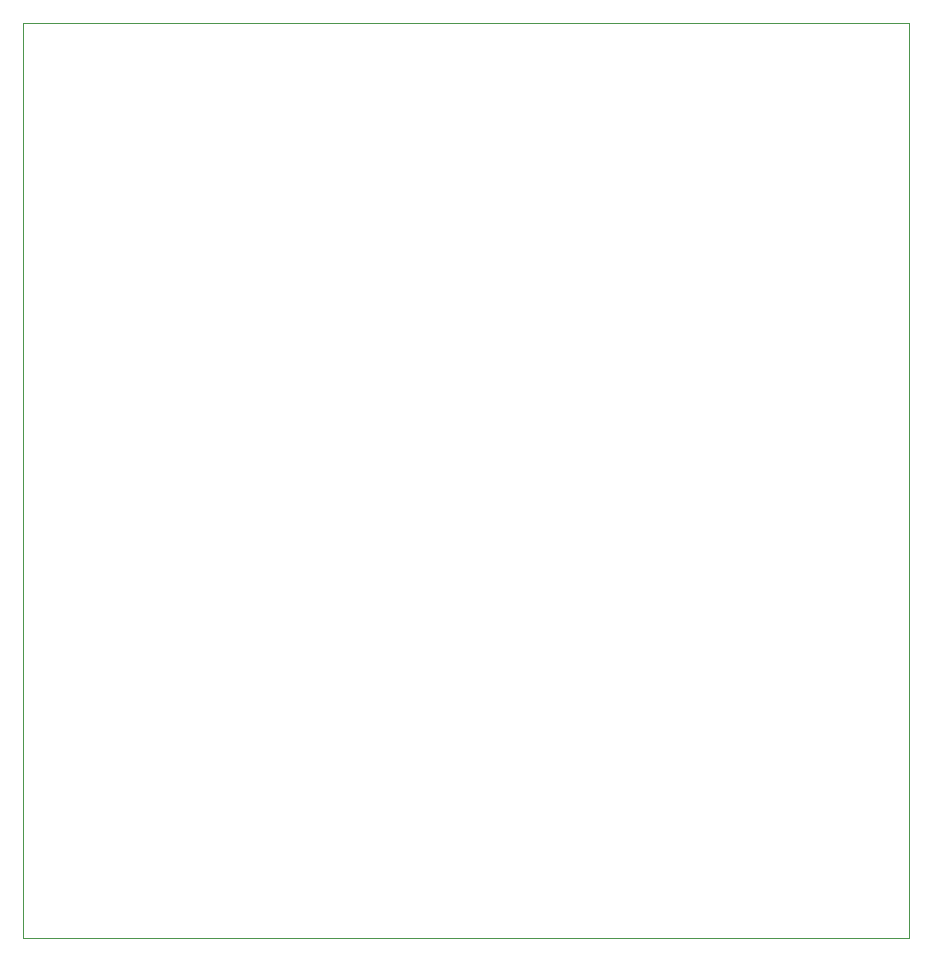
<source format=gm1>
G04 #@! TF.GenerationSoftware,KiCad,Pcbnew,(5.1.0)-1*
G04 #@! TF.CreationDate,2019-03-19T22:56:10-07:00*
G04 #@! TF.ProjectId,DashSight-Mezzanine-Card,44617368-5369-4676-9874-2d4d657a7a61,rev?*
G04 #@! TF.SameCoordinates,Original*
G04 #@! TF.FileFunction,Profile,NP*
%FSLAX46Y46*%
G04 Gerber Fmt 4.6, Leading zero omitted, Abs format (unit mm)*
G04 Created by KiCad (PCBNEW (5.1.0)-1) date 2019-03-19 22:56:10*
%MOMM*%
%LPD*%
G04 APERTURE LIST*
%ADD10C,0.100000*%
G04 APERTURE END LIST*
D10*
X125000000Y-125000000D02*
X124968000Y-47498000D01*
X200000000Y-125000000D02*
X125000000Y-125000000D01*
X200025000Y-47498000D02*
X200000000Y-125000000D01*
X124968000Y-47498000D02*
X200025000Y-47498000D01*
M02*

</source>
